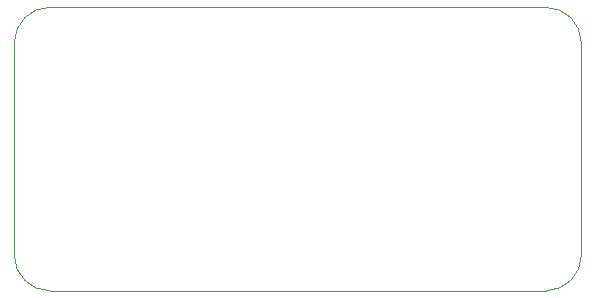
<source format=gbr>
G04*
G04 #@! TF.GenerationSoftware,Altium Limited,Altium Designer,23.0.1 (38)*
G04*
G04 Layer_Color=0*
%FSLAX25Y25*%
%MOIN*%
G70*
G04*
G04 #@! TF.SameCoordinates,383C52D0-4EDD-4C0E-AA1A-A67FCF8BFF30*
G04*
G04*
G04 #@! TF.FilePolarity,Positive*
G04*
G01*
G75*
%ADD27C,0.00100*%
D27*
X260075Y130508D02*
X260075Y201374D01*
D02*
G02*
X271886Y213185I11811J0D01*
G01*
X437240D01*
D02*
G02*
X449051Y201374I0J-11811D01*
G01*
X449051Y130508D01*
D02*
G02*
X437240Y118697I-11811J0D01*
G01*
X271886Y118697D01*
D02*
G02*
X260075Y130508I0J11811D01*
G01*
M02*

</source>
